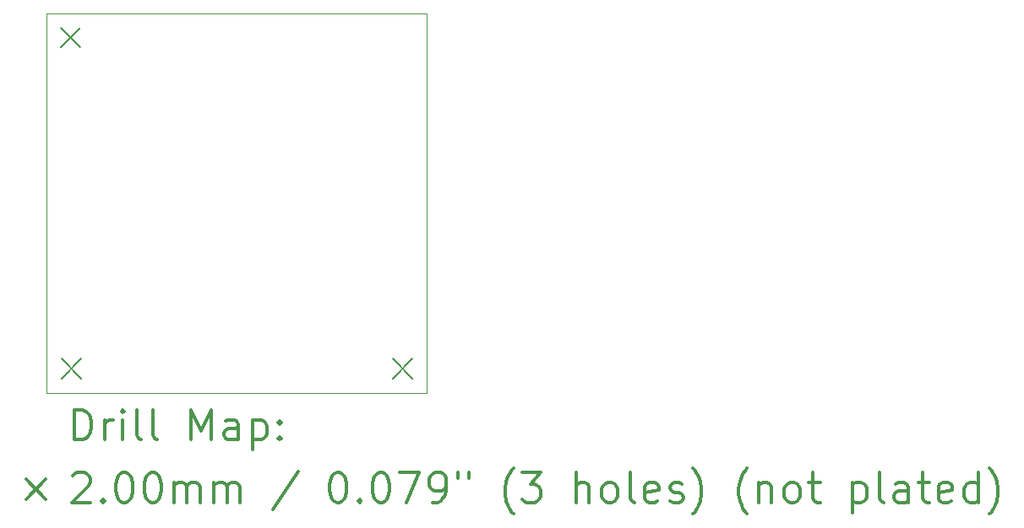
<source format=gbr>
%FSLAX45Y45*%
G04 Gerber Fmt 4.5, Leading zero omitted, Abs format (unit mm)*
G04 Created by KiCad (PCBNEW (5.1.6-0-10_14)) date 2022-07-06 22:37:05*
%MOMM*%
%LPD*%
G01*
G04 APERTURE LIST*
%TA.AperFunction,Profile*%
%ADD10C,0.100000*%
%TD*%
%ADD11C,0.200000*%
%ADD12C,0.300000*%
G04 APERTURE END LIST*
D10*
X8759190Y-11557000D02*
X8759190Y-7747000D01*
X12573000Y-11557000D02*
X8759190Y-11557000D01*
X12573000Y-7745730D02*
X12573000Y-11557000D01*
X8759190Y-7747000D02*
X12573000Y-7745730D01*
D11*
X8909380Y-11213160D02*
X9109380Y-11413160D01*
X9109380Y-11213160D02*
X8909380Y-11413160D01*
X12229160Y-11213160D02*
X12429160Y-11413160D01*
X12429160Y-11213160D02*
X12229160Y-11413160D01*
X8901760Y-7889570D02*
X9101760Y-8089570D01*
X9101760Y-7889570D02*
X8901760Y-8089570D01*
D12*
X9040618Y-12027714D02*
X9040618Y-11727714D01*
X9112047Y-11727714D01*
X9154904Y-11742000D01*
X9183476Y-11770571D01*
X9197761Y-11799143D01*
X9212047Y-11856286D01*
X9212047Y-11899143D01*
X9197761Y-11956286D01*
X9183476Y-11984857D01*
X9154904Y-12013429D01*
X9112047Y-12027714D01*
X9040618Y-12027714D01*
X9340618Y-12027714D02*
X9340618Y-11827714D01*
X9340618Y-11884857D02*
X9354904Y-11856286D01*
X9369190Y-11842000D01*
X9397761Y-11827714D01*
X9426333Y-11827714D01*
X9526333Y-12027714D02*
X9526333Y-11827714D01*
X9526333Y-11727714D02*
X9512047Y-11742000D01*
X9526333Y-11756286D01*
X9540618Y-11742000D01*
X9526333Y-11727714D01*
X9526333Y-11756286D01*
X9712047Y-12027714D02*
X9683476Y-12013429D01*
X9669190Y-11984857D01*
X9669190Y-11727714D01*
X9869190Y-12027714D02*
X9840618Y-12013429D01*
X9826333Y-11984857D01*
X9826333Y-11727714D01*
X10212047Y-12027714D02*
X10212047Y-11727714D01*
X10312047Y-11942000D01*
X10412047Y-11727714D01*
X10412047Y-12027714D01*
X10683476Y-12027714D02*
X10683476Y-11870571D01*
X10669190Y-11842000D01*
X10640618Y-11827714D01*
X10583476Y-11827714D01*
X10554904Y-11842000D01*
X10683476Y-12013429D02*
X10654904Y-12027714D01*
X10583476Y-12027714D01*
X10554904Y-12013429D01*
X10540618Y-11984857D01*
X10540618Y-11956286D01*
X10554904Y-11927714D01*
X10583476Y-11913429D01*
X10654904Y-11913429D01*
X10683476Y-11899143D01*
X10826333Y-11827714D02*
X10826333Y-12127714D01*
X10826333Y-11842000D02*
X10854904Y-11827714D01*
X10912047Y-11827714D01*
X10940618Y-11842000D01*
X10954904Y-11856286D01*
X10969190Y-11884857D01*
X10969190Y-11970571D01*
X10954904Y-11999143D01*
X10940618Y-12013429D01*
X10912047Y-12027714D01*
X10854904Y-12027714D01*
X10826333Y-12013429D01*
X11097761Y-11999143D02*
X11112047Y-12013429D01*
X11097761Y-12027714D01*
X11083476Y-12013429D01*
X11097761Y-11999143D01*
X11097761Y-12027714D01*
X11097761Y-11842000D02*
X11112047Y-11856286D01*
X11097761Y-11870571D01*
X11083476Y-11856286D01*
X11097761Y-11842000D01*
X11097761Y-11870571D01*
X8554190Y-12422000D02*
X8754190Y-12622000D01*
X8754190Y-12422000D02*
X8554190Y-12622000D01*
X9026333Y-12386286D02*
X9040618Y-12372000D01*
X9069190Y-12357714D01*
X9140618Y-12357714D01*
X9169190Y-12372000D01*
X9183476Y-12386286D01*
X9197761Y-12414857D01*
X9197761Y-12443429D01*
X9183476Y-12486286D01*
X9012047Y-12657714D01*
X9197761Y-12657714D01*
X9326333Y-12629143D02*
X9340618Y-12643429D01*
X9326333Y-12657714D01*
X9312047Y-12643429D01*
X9326333Y-12629143D01*
X9326333Y-12657714D01*
X9526333Y-12357714D02*
X9554904Y-12357714D01*
X9583476Y-12372000D01*
X9597761Y-12386286D01*
X9612047Y-12414857D01*
X9626333Y-12472000D01*
X9626333Y-12543429D01*
X9612047Y-12600571D01*
X9597761Y-12629143D01*
X9583476Y-12643429D01*
X9554904Y-12657714D01*
X9526333Y-12657714D01*
X9497761Y-12643429D01*
X9483476Y-12629143D01*
X9469190Y-12600571D01*
X9454904Y-12543429D01*
X9454904Y-12472000D01*
X9469190Y-12414857D01*
X9483476Y-12386286D01*
X9497761Y-12372000D01*
X9526333Y-12357714D01*
X9812047Y-12357714D02*
X9840618Y-12357714D01*
X9869190Y-12372000D01*
X9883476Y-12386286D01*
X9897761Y-12414857D01*
X9912047Y-12472000D01*
X9912047Y-12543429D01*
X9897761Y-12600571D01*
X9883476Y-12629143D01*
X9869190Y-12643429D01*
X9840618Y-12657714D01*
X9812047Y-12657714D01*
X9783476Y-12643429D01*
X9769190Y-12629143D01*
X9754904Y-12600571D01*
X9740618Y-12543429D01*
X9740618Y-12472000D01*
X9754904Y-12414857D01*
X9769190Y-12386286D01*
X9783476Y-12372000D01*
X9812047Y-12357714D01*
X10040618Y-12657714D02*
X10040618Y-12457714D01*
X10040618Y-12486286D02*
X10054904Y-12472000D01*
X10083476Y-12457714D01*
X10126333Y-12457714D01*
X10154904Y-12472000D01*
X10169190Y-12500571D01*
X10169190Y-12657714D01*
X10169190Y-12500571D02*
X10183476Y-12472000D01*
X10212047Y-12457714D01*
X10254904Y-12457714D01*
X10283476Y-12472000D01*
X10297761Y-12500571D01*
X10297761Y-12657714D01*
X10440618Y-12657714D02*
X10440618Y-12457714D01*
X10440618Y-12486286D02*
X10454904Y-12472000D01*
X10483476Y-12457714D01*
X10526333Y-12457714D01*
X10554904Y-12472000D01*
X10569190Y-12500571D01*
X10569190Y-12657714D01*
X10569190Y-12500571D02*
X10583476Y-12472000D01*
X10612047Y-12457714D01*
X10654904Y-12457714D01*
X10683476Y-12472000D01*
X10697761Y-12500571D01*
X10697761Y-12657714D01*
X11283476Y-12343429D02*
X11026333Y-12729143D01*
X11669190Y-12357714D02*
X11697761Y-12357714D01*
X11726333Y-12372000D01*
X11740618Y-12386286D01*
X11754904Y-12414857D01*
X11769190Y-12472000D01*
X11769190Y-12543429D01*
X11754904Y-12600571D01*
X11740618Y-12629143D01*
X11726333Y-12643429D01*
X11697761Y-12657714D01*
X11669190Y-12657714D01*
X11640618Y-12643429D01*
X11626333Y-12629143D01*
X11612047Y-12600571D01*
X11597761Y-12543429D01*
X11597761Y-12472000D01*
X11612047Y-12414857D01*
X11626333Y-12386286D01*
X11640618Y-12372000D01*
X11669190Y-12357714D01*
X11897761Y-12629143D02*
X11912047Y-12643429D01*
X11897761Y-12657714D01*
X11883476Y-12643429D01*
X11897761Y-12629143D01*
X11897761Y-12657714D01*
X12097761Y-12357714D02*
X12126333Y-12357714D01*
X12154904Y-12372000D01*
X12169190Y-12386286D01*
X12183476Y-12414857D01*
X12197761Y-12472000D01*
X12197761Y-12543429D01*
X12183476Y-12600571D01*
X12169190Y-12629143D01*
X12154904Y-12643429D01*
X12126333Y-12657714D01*
X12097761Y-12657714D01*
X12069190Y-12643429D01*
X12054904Y-12629143D01*
X12040618Y-12600571D01*
X12026333Y-12543429D01*
X12026333Y-12472000D01*
X12040618Y-12414857D01*
X12054904Y-12386286D01*
X12069190Y-12372000D01*
X12097761Y-12357714D01*
X12297761Y-12357714D02*
X12497761Y-12357714D01*
X12369190Y-12657714D01*
X12626333Y-12657714D02*
X12683476Y-12657714D01*
X12712047Y-12643429D01*
X12726333Y-12629143D01*
X12754904Y-12586286D01*
X12769190Y-12529143D01*
X12769190Y-12414857D01*
X12754904Y-12386286D01*
X12740618Y-12372000D01*
X12712047Y-12357714D01*
X12654904Y-12357714D01*
X12626333Y-12372000D01*
X12612047Y-12386286D01*
X12597761Y-12414857D01*
X12597761Y-12486286D01*
X12612047Y-12514857D01*
X12626333Y-12529143D01*
X12654904Y-12543429D01*
X12712047Y-12543429D01*
X12740618Y-12529143D01*
X12754904Y-12514857D01*
X12769190Y-12486286D01*
X12883476Y-12357714D02*
X12883476Y-12414857D01*
X12997761Y-12357714D02*
X12997761Y-12414857D01*
X13440618Y-12772000D02*
X13426333Y-12757714D01*
X13397761Y-12714857D01*
X13383476Y-12686286D01*
X13369190Y-12643429D01*
X13354904Y-12572000D01*
X13354904Y-12514857D01*
X13369190Y-12443429D01*
X13383476Y-12400571D01*
X13397761Y-12372000D01*
X13426333Y-12329143D01*
X13440618Y-12314857D01*
X13526333Y-12357714D02*
X13712047Y-12357714D01*
X13612047Y-12472000D01*
X13654904Y-12472000D01*
X13683476Y-12486286D01*
X13697761Y-12500571D01*
X13712047Y-12529143D01*
X13712047Y-12600571D01*
X13697761Y-12629143D01*
X13683476Y-12643429D01*
X13654904Y-12657714D01*
X13569190Y-12657714D01*
X13540618Y-12643429D01*
X13526333Y-12629143D01*
X14069190Y-12657714D02*
X14069190Y-12357714D01*
X14197761Y-12657714D02*
X14197761Y-12500571D01*
X14183476Y-12472000D01*
X14154904Y-12457714D01*
X14112047Y-12457714D01*
X14083476Y-12472000D01*
X14069190Y-12486286D01*
X14383476Y-12657714D02*
X14354904Y-12643429D01*
X14340618Y-12629143D01*
X14326333Y-12600571D01*
X14326333Y-12514857D01*
X14340618Y-12486286D01*
X14354904Y-12472000D01*
X14383476Y-12457714D01*
X14426333Y-12457714D01*
X14454904Y-12472000D01*
X14469190Y-12486286D01*
X14483476Y-12514857D01*
X14483476Y-12600571D01*
X14469190Y-12629143D01*
X14454904Y-12643429D01*
X14426333Y-12657714D01*
X14383476Y-12657714D01*
X14654904Y-12657714D02*
X14626333Y-12643429D01*
X14612047Y-12614857D01*
X14612047Y-12357714D01*
X14883476Y-12643429D02*
X14854904Y-12657714D01*
X14797761Y-12657714D01*
X14769190Y-12643429D01*
X14754904Y-12614857D01*
X14754904Y-12500571D01*
X14769190Y-12472000D01*
X14797761Y-12457714D01*
X14854904Y-12457714D01*
X14883476Y-12472000D01*
X14897761Y-12500571D01*
X14897761Y-12529143D01*
X14754904Y-12557714D01*
X15012047Y-12643429D02*
X15040618Y-12657714D01*
X15097761Y-12657714D01*
X15126333Y-12643429D01*
X15140618Y-12614857D01*
X15140618Y-12600571D01*
X15126333Y-12572000D01*
X15097761Y-12557714D01*
X15054904Y-12557714D01*
X15026333Y-12543429D01*
X15012047Y-12514857D01*
X15012047Y-12500571D01*
X15026333Y-12472000D01*
X15054904Y-12457714D01*
X15097761Y-12457714D01*
X15126333Y-12472000D01*
X15240618Y-12772000D02*
X15254904Y-12757714D01*
X15283476Y-12714857D01*
X15297761Y-12686286D01*
X15312047Y-12643429D01*
X15326333Y-12572000D01*
X15326333Y-12514857D01*
X15312047Y-12443429D01*
X15297761Y-12400571D01*
X15283476Y-12372000D01*
X15254904Y-12329143D01*
X15240618Y-12314857D01*
X15783476Y-12772000D02*
X15769190Y-12757714D01*
X15740618Y-12714857D01*
X15726333Y-12686286D01*
X15712047Y-12643429D01*
X15697761Y-12572000D01*
X15697761Y-12514857D01*
X15712047Y-12443429D01*
X15726333Y-12400571D01*
X15740618Y-12372000D01*
X15769190Y-12329143D01*
X15783476Y-12314857D01*
X15897761Y-12457714D02*
X15897761Y-12657714D01*
X15897761Y-12486286D02*
X15912047Y-12472000D01*
X15940618Y-12457714D01*
X15983476Y-12457714D01*
X16012047Y-12472000D01*
X16026333Y-12500571D01*
X16026333Y-12657714D01*
X16212047Y-12657714D02*
X16183476Y-12643429D01*
X16169190Y-12629143D01*
X16154904Y-12600571D01*
X16154904Y-12514857D01*
X16169190Y-12486286D01*
X16183476Y-12472000D01*
X16212047Y-12457714D01*
X16254904Y-12457714D01*
X16283476Y-12472000D01*
X16297761Y-12486286D01*
X16312047Y-12514857D01*
X16312047Y-12600571D01*
X16297761Y-12629143D01*
X16283476Y-12643429D01*
X16254904Y-12657714D01*
X16212047Y-12657714D01*
X16397761Y-12457714D02*
X16512047Y-12457714D01*
X16440618Y-12357714D02*
X16440618Y-12614857D01*
X16454904Y-12643429D01*
X16483476Y-12657714D01*
X16512047Y-12657714D01*
X16840618Y-12457714D02*
X16840618Y-12757714D01*
X16840618Y-12472000D02*
X16869190Y-12457714D01*
X16926333Y-12457714D01*
X16954904Y-12472000D01*
X16969190Y-12486286D01*
X16983476Y-12514857D01*
X16983476Y-12600571D01*
X16969190Y-12629143D01*
X16954904Y-12643429D01*
X16926333Y-12657714D01*
X16869190Y-12657714D01*
X16840618Y-12643429D01*
X17154904Y-12657714D02*
X17126333Y-12643429D01*
X17112047Y-12614857D01*
X17112047Y-12357714D01*
X17397761Y-12657714D02*
X17397761Y-12500571D01*
X17383476Y-12472000D01*
X17354904Y-12457714D01*
X17297761Y-12457714D01*
X17269190Y-12472000D01*
X17397761Y-12643429D02*
X17369190Y-12657714D01*
X17297761Y-12657714D01*
X17269190Y-12643429D01*
X17254904Y-12614857D01*
X17254904Y-12586286D01*
X17269190Y-12557714D01*
X17297761Y-12543429D01*
X17369190Y-12543429D01*
X17397761Y-12529143D01*
X17497761Y-12457714D02*
X17612047Y-12457714D01*
X17540618Y-12357714D02*
X17540618Y-12614857D01*
X17554904Y-12643429D01*
X17583476Y-12657714D01*
X17612047Y-12657714D01*
X17826333Y-12643429D02*
X17797761Y-12657714D01*
X17740618Y-12657714D01*
X17712047Y-12643429D01*
X17697761Y-12614857D01*
X17697761Y-12500571D01*
X17712047Y-12472000D01*
X17740618Y-12457714D01*
X17797761Y-12457714D01*
X17826333Y-12472000D01*
X17840618Y-12500571D01*
X17840618Y-12529143D01*
X17697761Y-12557714D01*
X18097761Y-12657714D02*
X18097761Y-12357714D01*
X18097761Y-12643429D02*
X18069190Y-12657714D01*
X18012047Y-12657714D01*
X17983476Y-12643429D01*
X17969190Y-12629143D01*
X17954904Y-12600571D01*
X17954904Y-12514857D01*
X17969190Y-12486286D01*
X17983476Y-12472000D01*
X18012047Y-12457714D01*
X18069190Y-12457714D01*
X18097761Y-12472000D01*
X18212047Y-12772000D02*
X18226333Y-12757714D01*
X18254904Y-12714857D01*
X18269190Y-12686286D01*
X18283476Y-12643429D01*
X18297761Y-12572000D01*
X18297761Y-12514857D01*
X18283476Y-12443429D01*
X18269190Y-12400571D01*
X18254904Y-12372000D01*
X18226333Y-12329143D01*
X18212047Y-12314857D01*
M02*

</source>
